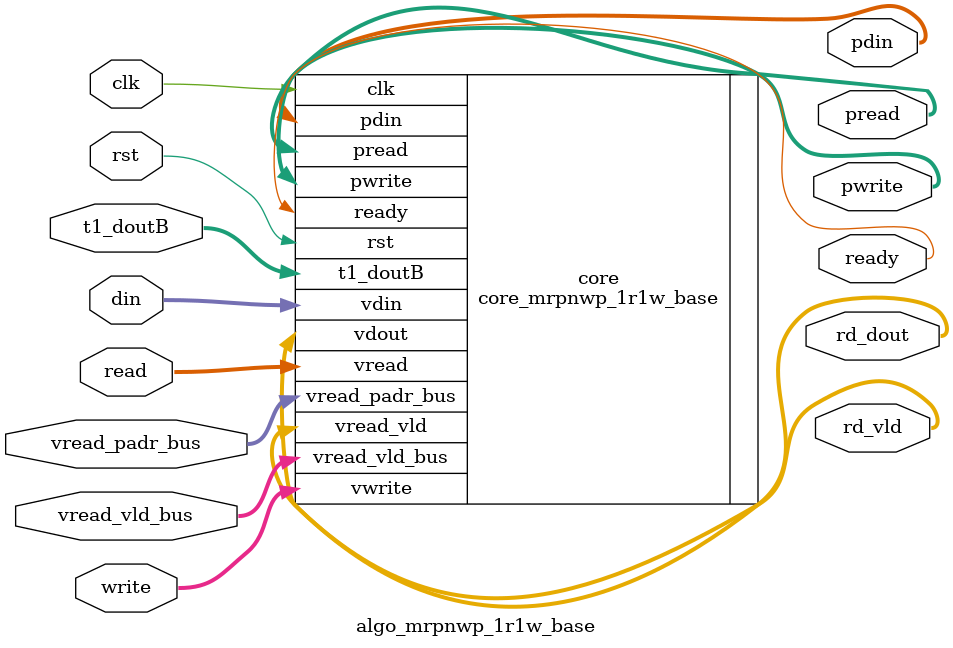
<source format=v>

module algo_mrpnwp_1r1w_base (clk, rst, ready,
                              write, din,
                              read, rd_vld, rd_dout,  
                              pwrite, pdin,
                              pread, 
	                      t1_doutB,
			      vread_vld_bus, vread_padr_bus);
  
  parameter WIDTH = 32;
  parameter BITWDTH = 5;
  parameter ENAPAR = 0;
  parameter ENAECC = 0;
  parameter NUMRDPT = 2;
  parameter NUMWRPT = 3;
  parameter NUMADDR = 8192;
  parameter BITADDR = 13;
  parameter NUMVROW = 1024;
  parameter BITVROW = 10;
  parameter NUMVBNK = 8;
  parameter BITVBNK = 3;
  parameter BITPADR = 13;

  parameter SRAM_DELAY = 2;
  parameter FLOPIN = 0;
  parameter FLOPOUT = 0;
  parameter BITDMUX = 0;

  input [NUMWRPT-1:0]                   write;
  input [NUMWRPT*WIDTH-1:0]  din;

  input [NUMRDPT-1:0]                   read;
  output [NUMRDPT-1:0]                  rd_vld;
  output [NUMRDPT*WIDTH-1:0]            rd_dout;

  output                                ready;
  input                                 clk, rst;

  input [NUMRDPT*WIDTH-1:0]             t1_doutB;
  input [NUMRDPT-1:0] 			vread_vld_bus;
  input [(BITPADR*NUMRDPT)-1:0] 	vread_padr_bus;

  output [NUMWRPT-1:0] pwrite;
  output [WIDTH*NUMWRPT-1:0]   pdin;
  output [NUMRDPT-1:0] pread;



  core_mrpnwp_1r1w_base #(.WIDTH (WIDTH), .BITWDTH (BITWDTH), .NUMRDPT (NUMRDPT), .NUMWRPT (NUMWRPT), .NUMADDR (NUMADDR), .BITADDR (BITADDR),
                          .NUMVROW (NUMVROW), .BITVROW (BITVROW), .NUMVBNK (NUMVBNK), .BITVBNK (BITVBNK), .BITPADR (BITPADR), 
                          .SRAM_DELAY (SRAM_DELAY), .FLOPIN (FLOPIN), .FLOPOUT (FLOPOUT), .BITDMUX (BITDMUX))
      core (.vwrite(write), .vdin(din),
	    .vread(read), .vread_vld(rd_vld), .vdout(rd_dout), 
	    .pwrite(pwrite), .pdin(pdin), 
	    .pread(pread), 
            .t1_doutB(t1_doutB), 
	    .vread_vld_bus(vread_vld_bus), .vread_padr_bus(vread_padr_bus),
	    .ready (ready), .clk (clk), .rst (rst));




endmodule



</source>
